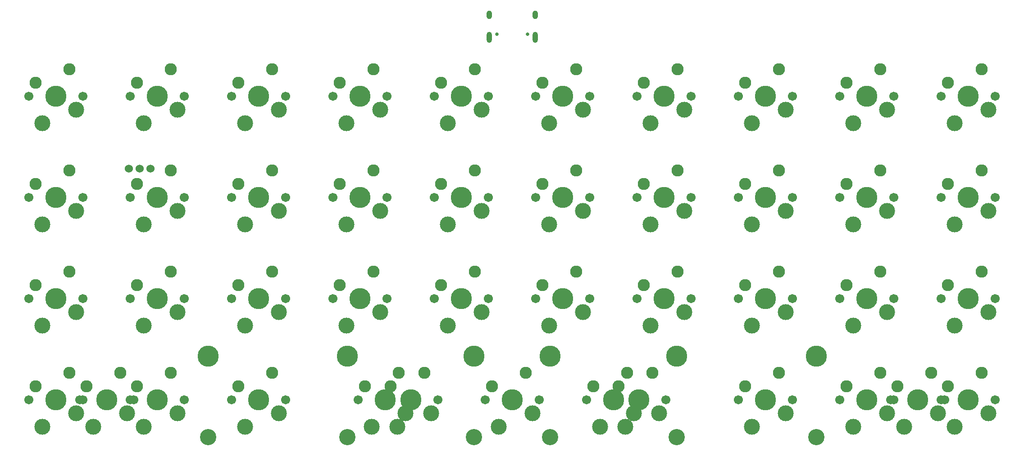
<source format=gbr>
%TF.GenerationSoftware,KiCad,Pcbnew,(6.99.0-222-g367431f825)*%
%TF.CreationDate,2022-01-13T21:14:40+01:00*%
%TF.ProjectId,Endeavour-2,456e6465-6176-46f7-9572-2d322e6b6963,rev?*%
%TF.SameCoordinates,Original*%
%TF.FileFunction,Soldermask,Top*%
%TF.FilePolarity,Negative*%
%FSLAX46Y46*%
G04 Gerber Fmt 4.6, Leading zero omitted, Abs format (unit mm)*
G04 Created by KiCad (PCBNEW (6.99.0-222-g367431f825)) date 2022-01-13 21:14:40*
%MOMM*%
%LPD*%
G01*
G04 APERTURE LIST*
%ADD10C,1.701800*%
%ADD11C,3.000000*%
%ADD12C,3.987800*%
%ADD13C,2.286000*%
%ADD14C,3.048000*%
%ADD15C,0.650000*%
%ADD16O,1.000000X1.600000*%
%ADD17O,1.000000X2.100000*%
%ADD18C,1.524000*%
G04 APERTURE END LIST*
D10*
%TO.C,K0*%
X55910000Y-35330000D03*
D11*
X58450000Y-40410000D03*
D12*
X60990000Y-35330000D03*
D11*
X64800000Y-37870000D03*
D10*
X66070000Y-35330000D03*
D13*
X63530000Y-30250000D03*
X57180000Y-32790000D03*
%TD*%
D10*
%TO.C,K1*%
X74960000Y-35330000D03*
D11*
X77500000Y-40410000D03*
D12*
X80040000Y-35330000D03*
D11*
X83850000Y-37870000D03*
D10*
X85120000Y-35330000D03*
D13*
X82580000Y-30250000D03*
X76230000Y-32790000D03*
%TD*%
D10*
%TO.C,K2*%
X94010000Y-35330000D03*
D11*
X96550000Y-40410000D03*
D12*
X99090000Y-35330000D03*
D11*
X102900000Y-37870000D03*
D10*
X104170000Y-35330000D03*
D13*
X101630000Y-30250000D03*
X95280000Y-32790000D03*
%TD*%
D10*
%TO.C,K3*%
X113060000Y-35330000D03*
D11*
X115600000Y-40410000D03*
D12*
X118140000Y-35330000D03*
D11*
X121950000Y-37870000D03*
D10*
X123220000Y-35330000D03*
D13*
X120680000Y-30250000D03*
X114330000Y-32790000D03*
%TD*%
D10*
%TO.C,K4*%
X132110000Y-35330000D03*
D11*
X134650000Y-40410000D03*
D12*
X137190000Y-35330000D03*
D11*
X141000000Y-37870000D03*
D10*
X142270000Y-35330000D03*
D13*
X139730000Y-30250000D03*
X133380000Y-32790000D03*
%TD*%
D10*
%TO.C,K6*%
X170210000Y-35330000D03*
D11*
X172750000Y-40410000D03*
D12*
X175290000Y-35330000D03*
D11*
X179100000Y-37870000D03*
D10*
X180370000Y-35330000D03*
D13*
X177830000Y-30250000D03*
X171480000Y-32790000D03*
%TD*%
D10*
%TO.C,K7*%
X189260000Y-35330000D03*
D11*
X191800000Y-40410000D03*
D12*
X194340000Y-35330000D03*
D11*
X198150000Y-37870000D03*
D10*
X199420000Y-35330000D03*
D13*
X196880000Y-30250000D03*
X190530000Y-32790000D03*
%TD*%
D10*
%TO.C,K8*%
X208310000Y-35330000D03*
D11*
X210850000Y-40410000D03*
D12*
X213390000Y-35330000D03*
D11*
X217200000Y-37870000D03*
D10*
X218470000Y-35330000D03*
D13*
X215930000Y-30250000D03*
X209580000Y-32790000D03*
%TD*%
D10*
%TO.C,K9*%
X227360000Y-35330000D03*
D11*
X229900000Y-40410000D03*
D12*
X232440000Y-35330000D03*
D11*
X236250000Y-37870000D03*
D10*
X237520000Y-35330000D03*
D13*
X234980000Y-30250000D03*
X228630000Y-32790000D03*
%TD*%
D10*
%TO.C,K10*%
X55910000Y-54380000D03*
D11*
X58450000Y-59460000D03*
D12*
X60990000Y-54380000D03*
D11*
X64800000Y-56920000D03*
D10*
X66070000Y-54380000D03*
D13*
X63530000Y-49300000D03*
X57180000Y-51840000D03*
%TD*%
D10*
%TO.C,K11*%
X74960000Y-54380000D03*
D11*
X77500000Y-59460000D03*
D12*
X80040000Y-54380000D03*
D11*
X83850000Y-56920000D03*
D10*
X85120000Y-54380000D03*
D13*
X82580000Y-49300000D03*
X76230000Y-51840000D03*
%TD*%
D10*
%TO.C,K12*%
X94010000Y-54380000D03*
D11*
X96550000Y-59460000D03*
D12*
X99090000Y-54380000D03*
D11*
X102900000Y-56920000D03*
D10*
X104170000Y-54380000D03*
D13*
X101630000Y-49300000D03*
X95280000Y-51840000D03*
%TD*%
D10*
%TO.C,K13*%
X113060000Y-54380000D03*
D11*
X115600000Y-59460000D03*
D12*
X118140000Y-54380000D03*
D11*
X121950000Y-56920000D03*
D10*
X123220000Y-54380000D03*
D13*
X120680000Y-49300000D03*
X114330000Y-51840000D03*
%TD*%
D10*
%TO.C,K14*%
X132110000Y-54380000D03*
D11*
X134650000Y-59460000D03*
D12*
X137190000Y-54380000D03*
D11*
X141000000Y-56920000D03*
D10*
X142270000Y-54380000D03*
D13*
X139730000Y-49300000D03*
X133380000Y-51840000D03*
%TD*%
D10*
%TO.C,K15*%
X151160000Y-54380000D03*
D11*
X153700000Y-59460000D03*
D12*
X156240000Y-54380000D03*
D11*
X160050000Y-56920000D03*
D10*
X161320000Y-54380000D03*
D13*
X158780000Y-49300000D03*
X152430000Y-51840000D03*
%TD*%
D10*
%TO.C,K16*%
X170210000Y-54380000D03*
D11*
X172750000Y-59460000D03*
D12*
X175290000Y-54380000D03*
D11*
X179100000Y-56920000D03*
D10*
X180370000Y-54380000D03*
D13*
X177830000Y-49300000D03*
X171480000Y-51840000D03*
%TD*%
D10*
%TO.C,K17*%
X189260000Y-54380000D03*
D11*
X191800000Y-59460000D03*
D12*
X194340000Y-54380000D03*
D11*
X198150000Y-56920000D03*
D10*
X199420000Y-54380000D03*
D13*
X196880000Y-49300000D03*
X190530000Y-51840000D03*
%TD*%
D10*
%TO.C,K18*%
X208310000Y-54380000D03*
D11*
X210850000Y-59460000D03*
D12*
X213390000Y-54380000D03*
D11*
X217200000Y-56920000D03*
D10*
X218470000Y-54380000D03*
D13*
X215930000Y-49300000D03*
X209580000Y-51840000D03*
%TD*%
D10*
%TO.C,K19*%
X227360000Y-54380000D03*
D11*
X229900000Y-59460000D03*
D12*
X232440000Y-54380000D03*
D11*
X236250000Y-56920000D03*
D10*
X237520000Y-54380000D03*
D13*
X234980000Y-49300000D03*
X228630000Y-51840000D03*
%TD*%
D10*
%TO.C,K20*%
X55910000Y-73430000D03*
D11*
X58450000Y-78510000D03*
D12*
X60990000Y-73430000D03*
D11*
X64800000Y-75970000D03*
D10*
X66070000Y-73430000D03*
D13*
X63530000Y-68350000D03*
X57180000Y-70890000D03*
%TD*%
D10*
%TO.C,K21*%
X74960000Y-73430000D03*
D11*
X77500000Y-78510000D03*
D12*
X80040000Y-73430000D03*
D11*
X83850000Y-75970000D03*
D10*
X85120000Y-73430000D03*
D13*
X82580000Y-68350000D03*
X76230000Y-70890000D03*
%TD*%
D10*
%TO.C,K22*%
X94010000Y-73430000D03*
D11*
X96550000Y-78510000D03*
D12*
X99090000Y-73430000D03*
D11*
X102900000Y-75970000D03*
D10*
X104170000Y-73430000D03*
D13*
X101630000Y-68350000D03*
X95280000Y-70890000D03*
%TD*%
D10*
%TO.C,K23*%
X113060000Y-73430000D03*
D11*
X115600000Y-78510000D03*
D12*
X118140000Y-73430000D03*
D11*
X121950000Y-75970000D03*
D10*
X123220000Y-73430000D03*
D13*
X120680000Y-68350000D03*
X114330000Y-70890000D03*
%TD*%
D10*
%TO.C,K24*%
X132110000Y-73430000D03*
D11*
X134650000Y-78510000D03*
D12*
X137190000Y-73430000D03*
D11*
X141000000Y-75970000D03*
D10*
X142270000Y-73430000D03*
D13*
X139730000Y-68350000D03*
X133380000Y-70890000D03*
%TD*%
D10*
%TO.C,K25*%
X151160000Y-73430000D03*
D11*
X153700000Y-78510000D03*
D12*
X156240000Y-73430000D03*
D11*
X160050000Y-75970000D03*
D10*
X161320000Y-73430000D03*
D13*
X158780000Y-68350000D03*
X152430000Y-70890000D03*
%TD*%
D10*
%TO.C,K26*%
X170210000Y-73430000D03*
D11*
X172750000Y-78510000D03*
D12*
X175290000Y-73430000D03*
D11*
X179100000Y-75970000D03*
D10*
X180370000Y-73430000D03*
D13*
X177830000Y-68350000D03*
X171480000Y-70890000D03*
%TD*%
D10*
%TO.C,K27*%
X189260000Y-73430000D03*
D11*
X191800000Y-78510000D03*
D12*
X194340000Y-73430000D03*
D11*
X198150000Y-75970000D03*
D10*
X199420000Y-73430000D03*
D13*
X196880000Y-68350000D03*
X190530000Y-70890000D03*
%TD*%
D10*
%TO.C,K28*%
X208310000Y-73430000D03*
D11*
X210850000Y-78510000D03*
D12*
X213390000Y-73430000D03*
D11*
X217200000Y-75970000D03*
D10*
X218470000Y-73430000D03*
D13*
X215930000Y-68350000D03*
X209580000Y-70890000D03*
%TD*%
D10*
%TO.C,K29*%
X227360000Y-73430000D03*
D11*
X229900000Y-78510000D03*
D12*
X232440000Y-73430000D03*
D11*
X236250000Y-75970000D03*
D10*
X237520000Y-73430000D03*
D13*
X234980000Y-68350000D03*
X228630000Y-70890000D03*
%TD*%
D10*
%TO.C,1u1*%
X55910000Y-92480000D03*
D11*
X58450000Y-97560000D03*
D12*
X60990000Y-92480000D03*
D11*
X64800000Y-95020000D03*
D10*
X66070000Y-92480000D03*
D13*
X63530000Y-87400000D03*
X57180000Y-89940000D03*
%TD*%
D10*
%TO.C,1u2*%
X74960000Y-92480000D03*
D11*
X77500000Y-97560000D03*
D12*
X80040000Y-92480000D03*
D11*
X83850000Y-95020000D03*
D10*
X85120000Y-92480000D03*
D13*
X82580000Y-87400000D03*
X76230000Y-89940000D03*
%TD*%
D10*
%TO.C,1u3*%
X94010000Y-92480000D03*
D11*
X96550000Y-97560000D03*
D12*
X99090000Y-92480000D03*
D11*
X102900000Y-95020000D03*
D10*
X104170000Y-92480000D03*
D13*
X101630000Y-87400000D03*
X95280000Y-89940000D03*
%TD*%
D10*
%TO.C,2u1*%
X122585000Y-92480000D03*
D11*
X125125000Y-97560000D03*
D12*
X127665000Y-92480000D03*
D11*
X131475000Y-95020000D03*
D10*
X132745000Y-92480000D03*
D13*
X130205000Y-87400000D03*
X123855000Y-89940000D03*
%TD*%
D10*
%TO.C,2u2*%
X160685000Y-92480000D03*
D11*
X163225000Y-97560000D03*
D12*
X165765000Y-92480000D03*
D11*
X169575000Y-95020000D03*
D10*
X170845000Y-92480000D03*
D13*
X168305000Y-87400000D03*
X161955000Y-89940000D03*
%TD*%
D10*
%TO.C,1u6*%
X189260000Y-92480000D03*
D11*
X191800000Y-97560000D03*
D12*
X194340000Y-92480000D03*
D11*
X198150000Y-95020000D03*
D10*
X199420000Y-92480000D03*
D13*
X196880000Y-87400000D03*
X190530000Y-89940000D03*
%TD*%
D10*
%TO.C,1u7*%
X208310000Y-92480000D03*
D11*
X210850000Y-97560000D03*
D12*
X213390000Y-92480000D03*
D11*
X217200000Y-95020000D03*
D10*
X218470000Y-92480000D03*
D13*
X215930000Y-87400000D03*
X209580000Y-89940000D03*
%TD*%
D10*
%TO.C,1u8*%
X227360000Y-92460000D03*
D11*
X229900000Y-97540000D03*
D12*
X232440000Y-92460000D03*
D11*
X236250000Y-95000000D03*
D10*
X237520000Y-92460000D03*
D13*
X234980000Y-87380000D03*
X228630000Y-89920000D03*
%TD*%
D10*
%TO.C,K5*%
X151160000Y-35330000D03*
D11*
X153700000Y-40410000D03*
D12*
X156240000Y-35330000D03*
D11*
X160050000Y-37870000D03*
D10*
X161320000Y-35330000D03*
D13*
X158780000Y-30250000D03*
X152430000Y-32790000D03*
%TD*%
D10*
%TO.C,SPACE1*%
X141635000Y-92480000D03*
D11*
X144175000Y-97560000D03*
D12*
X146715000Y-92480000D03*
D11*
X150525000Y-95020000D03*
D10*
X151795000Y-92480000D03*
D13*
X149255000Y-87400000D03*
X142905000Y-89940000D03*
%TD*%
D10*
%TO.C,1.5u1*%
X117822500Y-92480000D03*
D11*
X120362500Y-97560000D03*
D12*
X122902500Y-92480000D03*
D11*
X126712500Y-95020000D03*
D10*
X127982500Y-92480000D03*
D13*
X125442500Y-87400000D03*
X119092500Y-89940000D03*
%TD*%
D14*
%TO.C,H2*%
X139571250Y-99465000D03*
D12*
X139571250Y-84225000D03*
D14*
X115758750Y-99465000D03*
D12*
X115758750Y-84225000D03*
%TD*%
D14*
%TO.C,H1*%
X177671250Y-99465000D03*
D12*
X177671250Y-84225000D03*
D14*
X153858750Y-99465000D03*
D12*
X153858750Y-84225000D03*
%TD*%
D14*
%TO.C,H0*%
X203865000Y-99465000D03*
D12*
X203865000Y-84225000D03*
D14*
X89565000Y-99465000D03*
D12*
X89565000Y-84225000D03*
%TD*%
D10*
%TO.C,1.5u2*%
X165447500Y-92480000D03*
D11*
X167987500Y-97560000D03*
D12*
X170527500Y-92480000D03*
D11*
X174337500Y-95020000D03*
D10*
X175607500Y-92480000D03*
D13*
X173067500Y-87400000D03*
X166717500Y-89940000D03*
%TD*%
D10*
%TO.C,1u_space2*%
X217835000Y-92480000D03*
D11*
X220375000Y-97560000D03*
D12*
X222915000Y-92480000D03*
D11*
X226725000Y-95020000D03*
D10*
X227995000Y-92480000D03*
D13*
X225455000Y-87400000D03*
X219105000Y-89940000D03*
%TD*%
D10*
%TO.C,1u_space1*%
X65435000Y-92480000D03*
D11*
X67975000Y-97560000D03*
D12*
X70515000Y-92480000D03*
D11*
X74325000Y-95020000D03*
D10*
X75595000Y-92480000D03*
D13*
X73055000Y-87400000D03*
X66705000Y-89940000D03*
%TD*%
D15*
%TO.C,J1*%
X143825000Y-23642500D03*
X149605000Y-23642500D03*
D16*
X142395000Y-19992500D03*
D17*
X142395000Y-24172500D03*
D16*
X151035000Y-19992500D03*
D17*
X151035000Y-24172500D03*
%TD*%
D18*
%TO.C,JP1*%
X74725000Y-48939000D03*
X76725000Y-48939000D03*
X78735000Y-48959000D03*
%TD*%
M02*

</source>
